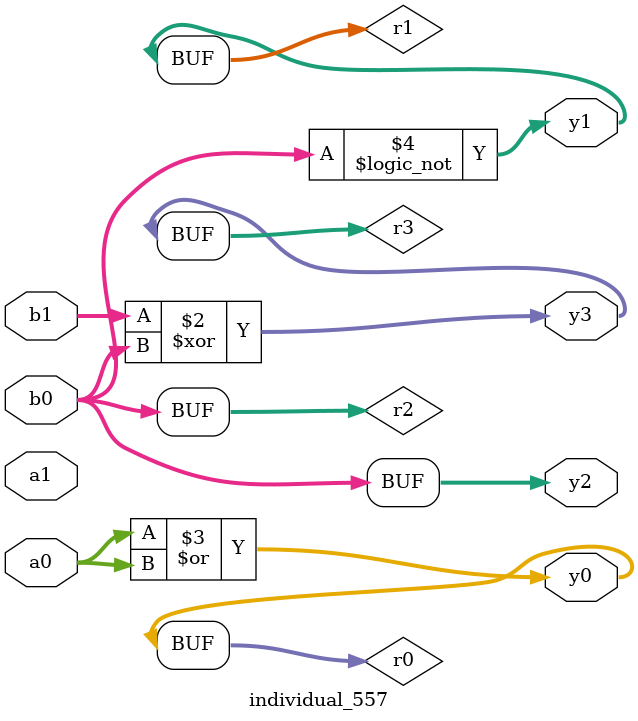
<source format=sv>
module individual_557(input logic [15:0] a1, input logic [15:0] a0, input logic [15:0] b1, input logic [15:0] b0, output logic [15:0] y3, output logic [15:0] y2, output logic [15:0] y1, output logic [15:0] y0);
logic [15:0] r0, r1, r2, r3; 
 always@(*) begin 
	 r0 = a0; r1 = a1; r2 = b0; r3 = b1; 
 	 r3  ^=  r2 ;
 	 r0  |=  a0 ;
 	 r1 = ! r2 ;
 	 y3 = r3; y2 = r2; y1 = r1; y0 = r0; 
end
endmodule
</source>
